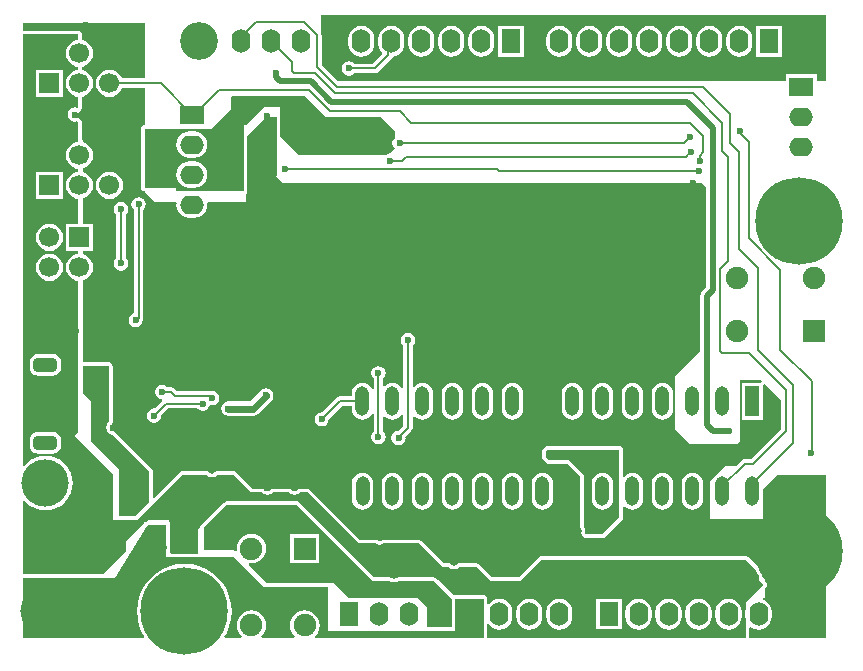
<source format=gbl>
G04*
G04 #@! TF.GenerationSoftware,Altium Limited,Altium Designer,20.0.13 (296)*
G04*
G04 Layer_Physical_Order=2*
G04 Layer_Color=16711680*
%FSLAX44Y44*%
%MOMM*%
G71*
G01*
G75*
%ADD10C,0.5000*%
%ADD11C,0.2000*%
%ADD18R,1.9000X1.9000*%
%ADD62C,1.9000*%
%ADD63R,1.9000X1.9000*%
%ADD77C,0.6000*%
%ADD78C,0.4000*%
%ADD79C,3.2000*%
%ADD80C,1.7000*%
%ADD81R,1.7000X1.7000*%
%ADD82C,4.0000*%
G04:AMPARAMS|DCode=83|XSize=2mm|YSize=1.2mm|CornerRadius=0.36mm|HoleSize=0mm|Usage=FLASHONLY|Rotation=0.000|XOffset=0mm|YOffset=0mm|HoleType=Round|Shape=RoundedRectangle|*
%AMROUNDEDRECTD83*
21,1,2.0000,0.4800,0,0,0.0*
21,1,1.2800,1.2000,0,0,0.0*
1,1,0.7200,0.6400,-0.2400*
1,1,0.7200,-0.6400,-0.2400*
1,1,0.7200,-0.6400,0.2400*
1,1,0.7200,0.6400,0.2400*
%
%ADD83ROUNDEDRECTD83*%
%ADD84O,1.6000X2.0000*%
%ADD85R,1.6000X2.0000*%
%ADD86O,2.0000X1.6000*%
%ADD87R,2.0000X1.6000*%
%ADD88C,7.4000*%
%ADD89R,1.2000X2.5000*%
%ADD90O,1.2000X2.5000*%
%ADD91C,0.6000*%
G36*
X106000Y476518D02*
X86958D01*
X86245Y478240D01*
X84402Y480642D01*
X82000Y482485D01*
X79202Y483644D01*
X76200Y484039D01*
X73198Y483644D01*
X70400Y482485D01*
X67998Y480642D01*
X66155Y478240D01*
X64996Y475442D01*
X64601Y472440D01*
X64996Y469438D01*
X66155Y466640D01*
X67998Y464238D01*
X70400Y462395D01*
X73198Y461236D01*
X76200Y460841D01*
X79202Y461236D01*
X82000Y462395D01*
X84402Y464238D01*
X86245Y466640D01*
X86958Y468362D01*
X106000D01*
Y437059D01*
X104829Y436826D01*
X103837Y436163D01*
X103174Y435171D01*
X102941Y434000D01*
Y384000D01*
X103174Y382829D01*
X103837Y381837D01*
X104829Y381174D01*
X106000Y380941D01*
Y380633D01*
X115000Y371632D01*
X132183D01*
X133021Y370678D01*
X132905Y369800D01*
X133283Y366928D01*
X134391Y364253D01*
X136155Y361955D01*
X138453Y360191D01*
X141128Y359083D01*
X144000Y358705D01*
X148000D01*
X150872Y359083D01*
X153547Y360191D01*
X155845Y361955D01*
X157608Y364253D01*
X158717Y366928D01*
X159095Y369800D01*
X158979Y370678D01*
X159817Y371632D01*
X192000D01*
Y378728D01*
X192163Y378837D01*
X192826Y379829D01*
X193059Y381000D01*
X193059Y427691D01*
X209000Y443633D01*
X217941D01*
X217941Y428000D01*
X218000Y427704D01*
Y394632D01*
X217000Y393633D01*
X223000Y387632D01*
X578000D01*
X581392Y384240D01*
Y299543D01*
X578035Y296186D01*
X576819Y294366D01*
X576392Y292220D01*
Y246025D01*
X555000Y224632D01*
Y179632D01*
X567632Y167000D01*
X607368D01*
X610000Y169632D01*
Y221632D01*
X627000D01*
X628662Y219970D01*
X628136Y218700D01*
X611650D01*
Y187700D01*
X629650D01*
Y217186D01*
X630920Y217712D01*
X644000Y204632D01*
X644922D01*
Y179689D01*
X619811Y154578D01*
X614500D01*
X612939Y154268D01*
X611616Y153384D01*
X606865Y148632D01*
X598000D01*
X590742Y141374D01*
X590711Y141362D01*
X588831Y139919D01*
X587388Y138039D01*
X587376Y138008D01*
X585000Y135632D01*
Y103632D01*
X630000D01*
Y128632D01*
X642000Y140632D01*
X683000D01*
Y3000D01*
X618059D01*
Y11639D01*
X619198Y12201D01*
X620252Y11392D01*
X622928Y10283D01*
X625800Y9905D01*
X628672Y10283D01*
X631348Y11392D01*
X633645Y13155D01*
X635409Y15453D01*
X636517Y18128D01*
X636895Y21000D01*
Y25000D01*
X636517Y27872D01*
X635409Y30547D01*
X633645Y32845D01*
X631348Y34609D01*
X629527Y35363D01*
X629780Y36632D01*
X631000D01*
Y44674D01*
X632163Y45837D01*
X632826Y46830D01*
X633059Y48000D01*
X632826Y49170D01*
X632163Y50163D01*
X632163Y50163D01*
X631000Y51326D01*
Y52632D01*
X629059Y54574D01*
Y55781D01*
X629012Y56017D01*
X629021Y56259D01*
X628896Y56597D01*
X628826Y56951D01*
X628692Y57152D01*
X628608Y57379D01*
X627383Y59377D01*
X625985Y62753D01*
X625944Y62815D01*
X625926Y62886D01*
X625614Y63309D01*
X625322Y63746D01*
X625260Y63787D01*
X625216Y63846D01*
X617057Y71263D01*
X616607Y71534D01*
X616171Y71826D01*
X616098Y71840D01*
X616035Y71878D01*
X615515Y71956D01*
X615000Y72059D01*
X442000D01*
X442000Y72059D01*
X440829Y71826D01*
X439837Y71163D01*
X422733Y54059D01*
X400267D01*
X389163Y65163D01*
X388171Y65826D01*
X387000Y66059D01*
X387000Y66059D01*
X372543D01*
X372248Y66000D01*
X371947Y66000D01*
X371668Y65885D01*
X371373Y65826D01*
X371123Y65659D01*
X370844Y65543D01*
X370631Y65330D01*
X370381Y65163D01*
X370248Y64965D01*
X369148Y64229D01*
X368000Y64001D01*
X366852Y64229D01*
X365752Y64965D01*
X365620Y65163D01*
X365369Y65330D01*
X365156Y65543D01*
X364878Y65659D01*
X364627Y65826D01*
X364332Y65885D01*
X364053Y66000D01*
X363752Y66000D01*
X363457Y66059D01*
X359267D01*
X340163Y85163D01*
X339170Y85826D01*
X338000Y86059D01*
X338000Y86059D01*
X308317D01*
X308021Y86000D01*
X307720D01*
X307442Y85885D01*
X307146Y85826D01*
X306896Y85659D01*
X306617Y85543D01*
X306148Y85229D01*
X305000Y85001D01*
X303852Y85229D01*
X303383Y85543D01*
X303104Y85659D01*
X302854Y85826D01*
X302558Y85885D01*
X302280Y86000D01*
X301979D01*
X301683Y86059D01*
X288267D01*
X246163Y128163D01*
X245170Y128826D01*
X244000Y129059D01*
X244000Y129059D01*
X237543D01*
X237248Y129000D01*
X236947Y129000D01*
X236668Y128885D01*
X236373Y128826D01*
X236122Y128659D01*
X235844Y128543D01*
X235631Y128330D01*
X235380Y128163D01*
X235248Y127965D01*
X234148Y127229D01*
X233000Y127001D01*
X231852Y127229D01*
X230752Y127965D01*
X230620Y128163D01*
X230369Y128330D01*
X230156Y128543D01*
X229877Y128659D01*
X229627Y128826D01*
X229332Y128885D01*
X229053Y129000D01*
X228752Y129000D01*
X228457Y129059D01*
X214543D01*
X214248Y129000D01*
X213947Y129000D01*
X213668Y128885D01*
X213373Y128826D01*
X213123Y128659D01*
X212844Y128543D01*
X212631Y128330D01*
X212381Y128163D01*
X212248Y127965D01*
X211148Y127229D01*
X210000Y127001D01*
X208852Y127229D01*
X207752Y127965D01*
X207619Y128163D01*
X207369Y128330D01*
X207156Y128543D01*
X206877Y128659D01*
X206627Y128826D01*
X206332Y128885D01*
X206053Y129000D01*
X205752Y129000D01*
X205457Y129059D01*
X197267D01*
X183163Y143163D01*
X182171Y143826D01*
X181000Y144059D01*
X181000Y144059D01*
X167543D01*
X167248Y144000D01*
X166947Y144000D01*
X166668Y143885D01*
X166373Y143826D01*
X166122Y143659D01*
X165844Y143543D01*
X165631Y143330D01*
X165380Y143163D01*
X165248Y142965D01*
X164148Y142229D01*
X163000Y142001D01*
X161852Y142229D01*
X160752Y142965D01*
X160620Y143163D01*
X160369Y143330D01*
X160156Y143543D01*
X159878Y143659D01*
X159627Y143826D01*
X159332Y143885D01*
X159053Y144000D01*
X158752Y144000D01*
X158457Y144059D01*
X138000D01*
X138000Y144059D01*
X136830Y143826D01*
X135837Y143163D01*
X135837Y143163D01*
X114232Y121558D01*
X113059Y122044D01*
Y144000D01*
X113059Y144000D01*
X112826Y145170D01*
X112163Y146163D01*
X112163Y146163D01*
X81203Y177123D01*
X80953Y177290D01*
X80739Y177503D01*
X80461Y177618D01*
X80211Y177786D01*
X79915Y177845D01*
X79637Y177960D01*
X78282Y178229D01*
X78000Y178418D01*
Y183653D01*
X78163Y183762D01*
X78330Y184012D01*
X78543Y184225D01*
X78659Y184504D01*
X78826Y184754D01*
X78885Y185050D01*
X79000Y185328D01*
Y185629D01*
X79059Y185925D01*
Y233000D01*
X78826Y234170D01*
X78163Y235163D01*
X77171Y235826D01*
X76000Y236059D01*
X54000D01*
Y262409D01*
X54117Y263000D01*
X54000Y263591D01*
Y305478D01*
X56600Y306555D01*
X59002Y308398D01*
X60845Y310800D01*
X62004Y313598D01*
X62399Y316600D01*
X62004Y319602D01*
X60845Y322400D01*
X59002Y324802D01*
X56600Y326645D01*
X54000Y327722D01*
Y330500D01*
X62300D01*
Y353500D01*
X54000D01*
Y374958D01*
X56600Y376035D01*
X59002Y377878D01*
X60845Y380280D01*
X62004Y383078D01*
X62399Y386080D01*
X62004Y389082D01*
X60845Y391880D01*
X59002Y394282D01*
X56600Y396125D01*
X54000Y397202D01*
Y400358D01*
X56600Y401435D01*
X59002Y403278D01*
X60845Y405680D01*
X62004Y408478D01*
X62399Y411480D01*
X62004Y414482D01*
X60845Y417280D01*
X59002Y419682D01*
X56600Y421525D01*
X54000Y422602D01*
Y424632D01*
X53059Y425574D01*
Y439377D01*
X53000Y439672D01*
X53000Y439973D01*
X52885Y440252D01*
X52826Y440548D01*
X52659Y440798D01*
X52544Y441076D01*
X52331Y441289D01*
X52163Y441540D01*
X51913Y441707D01*
X51700Y441920D01*
X50430Y442769D01*
X50430Y442769D01*
X50429Y442770D01*
X49873Y443000D01*
X49328Y443226D01*
X49327D01*
X49327Y443227D01*
X48763D01*
X48134Y443227D01*
X48134Y443227D01*
X48133D01*
X47206Y443042D01*
X46931Y443335D01*
X46719Y444352D01*
X52000Y449632D01*
Y450351D01*
X52163Y450460D01*
X52331Y450711D01*
X52544Y450924D01*
X52659Y451202D01*
X52826Y451452D01*
X52885Y451748D01*
X53000Y452027D01*
X53000Y452328D01*
X53059Y452623D01*
Y460946D01*
X53211Y461158D01*
X53802Y461236D01*
X56600Y462395D01*
X59002Y464238D01*
X60845Y466640D01*
X62004Y469438D01*
X62399Y472440D01*
X62004Y475442D01*
X60845Y478240D01*
X59002Y480642D01*
X56600Y482485D01*
X53802Y483644D01*
X53211Y483722D01*
X53059Y483934D01*
Y486346D01*
X53211Y486558D01*
X53802Y486636D01*
X56600Y487795D01*
X59002Y489638D01*
X60845Y492040D01*
X62004Y494838D01*
X62399Y497840D01*
X62004Y500842D01*
X60845Y503640D01*
X59002Y506042D01*
X56600Y507885D01*
X53802Y509044D01*
X53211Y509122D01*
X53059Y509334D01*
Y514000D01*
X52826Y515171D01*
X52163Y516163D01*
X51171Y516826D01*
X50000Y517059D01*
X3000D01*
Y523633D01*
X106000D01*
Y476518D01*
D02*
G37*
G36*
X683000Y474000D02*
X675000D01*
Y480000D01*
X649000D01*
Y474000D01*
X589000Y474000D01*
X269989D01*
X256078Y487911D01*
Y513023D01*
X256078Y513023D01*
X255768Y514584D01*
X255000Y515733D01*
Y530000D01*
X683000D01*
X683000Y474000D01*
D02*
G37*
G36*
X50000Y509334D02*
X47798Y509044D01*
X45000Y507885D01*
X42598Y506042D01*
X40755Y503640D01*
X39596Y500842D01*
X39201Y497840D01*
X39596Y494838D01*
X40755Y492040D01*
X42598Y489638D01*
X45000Y487795D01*
X47798Y486636D01*
X50000Y486346D01*
Y483934D01*
X47798Y483644D01*
X45000Y482485D01*
X42598Y480642D01*
X40755Y478240D01*
X39596Y475442D01*
X39201Y472440D01*
X39596Y469438D01*
X40755Y466640D01*
X42598Y464238D01*
X45000Y462395D01*
X47798Y461236D01*
X50000Y460946D01*
Y452623D01*
X48730Y451773D01*
X47000Y452118D01*
X44659Y451652D01*
X42674Y450326D01*
X41348Y448341D01*
X40883Y446000D01*
X41348Y443659D01*
X42674Y441674D01*
X44659Y440348D01*
X47000Y439883D01*
X48730Y440227D01*
X50000Y439377D01*
Y422974D01*
X47798Y422684D01*
X45000Y421525D01*
X42598Y419682D01*
X40755Y417280D01*
X39596Y414482D01*
X39201Y411480D01*
X39596Y408478D01*
X40755Y405680D01*
X42598Y403278D01*
X45000Y401435D01*
X47798Y400276D01*
X50000Y399986D01*
Y397574D01*
X47798Y397284D01*
X45000Y396125D01*
X42598Y394282D01*
X40755Y391880D01*
X39596Y389082D01*
X39201Y386080D01*
X39596Y383078D01*
X40755Y380280D01*
X42598Y377878D01*
X45000Y376035D01*
X47798Y374876D01*
X50000Y374586D01*
Y353500D01*
X39300D01*
Y330500D01*
X50000D01*
Y328094D01*
X47798Y327804D01*
X45000Y326645D01*
X42598Y324802D01*
X40755Y322400D01*
X39596Y319602D01*
X39201Y316600D01*
X39596Y313598D01*
X40755Y310800D01*
X42598Y308398D01*
X45000Y306555D01*
X47798Y305396D01*
X50000Y305106D01*
Y177000D01*
X47000Y174000D01*
X79000Y142000D01*
Y103000D01*
X83705D01*
X84000Y102941D01*
X98000D01*
X98295Y103000D01*
X100000D01*
X138000Y141000D01*
X158457D01*
X158674Y140674D01*
X160659Y139348D01*
X163000Y138883D01*
X165341Y139348D01*
X167326Y140674D01*
X167543Y141000D01*
X181000D01*
X196000Y126000D01*
X205457D01*
X205674Y125674D01*
X207659Y124348D01*
X210000Y123883D01*
X212341Y124348D01*
X214326Y125674D01*
X214543Y126000D01*
X228457D01*
X228674Y125674D01*
X230659Y124348D01*
X233000Y123883D01*
X235341Y124348D01*
X237326Y125674D01*
X237543Y126000D01*
X244000D01*
X287000Y83000D01*
X301683D01*
X302659Y82348D01*
X305000Y81882D01*
X307341Y82348D01*
X308317Y83000D01*
X338000D01*
X358000Y63000D01*
X363457D01*
X363674Y62674D01*
X365659Y61348D01*
X368000Y60883D01*
X370341Y61348D01*
X372326Y62674D01*
X372543Y63000D01*
X387000D01*
X399000Y51000D01*
X424000D01*
X442000Y69000D01*
X615000D01*
X623159Y61583D01*
X624650Y57984D01*
X626000Y55781D01*
Y52000D01*
X630000Y48000D01*
X615000Y33000D01*
Y27240D01*
X614705Y25000D01*
Y21000D01*
X615000Y18760D01*
Y3000D01*
X396059D01*
Y14321D01*
X397329Y14752D01*
X398555Y13155D01*
X400853Y11392D01*
X403528Y10283D01*
X406400Y9905D01*
X409272Y10283D01*
X411948Y11392D01*
X414245Y13155D01*
X416008Y15453D01*
X417117Y18128D01*
X417495Y21000D01*
Y25000D01*
X417117Y27872D01*
X416008Y30547D01*
X414245Y32845D01*
X411948Y34609D01*
X409272Y35717D01*
X406400Y36095D01*
X403528Y35717D01*
X400853Y34609D01*
X398555Y32845D01*
X397329Y31248D01*
X396059Y31679D01*
Y36000D01*
X396000Y36295D01*
Y37000D01*
X395860D01*
X395826Y37171D01*
X395163Y38163D01*
X394170Y38826D01*
X393000Y39059D01*
X369000D01*
X368117Y38883D01*
X355000Y52000D01*
X354326D01*
X353163Y53163D01*
X352170Y53826D01*
X351000Y54059D01*
X351000Y54059D01*
X320317D01*
X320021Y54000D01*
X319720D01*
X319442Y53885D01*
X319146Y53826D01*
X318896Y53658D01*
X318617Y53543D01*
X318148Y53229D01*
X317000Y53001D01*
X315852Y53229D01*
X315383Y53543D01*
X315104Y53659D01*
X314854Y53826D01*
X314558Y53885D01*
X314280Y54000D01*
X313979D01*
X313683Y54059D01*
X300267D01*
X237163Y117163D01*
X236181Y117819D01*
X236000Y118000D01*
Y119000D01*
X175000D01*
X173819Y117819D01*
X172837Y117163D01*
X172837Y117163D01*
X153837Y98163D01*
X153181Y97181D01*
X151000Y95000D01*
Y74059D01*
X127994D01*
X127200Y75329D01*
Y79507D01*
X127298Y80000D01*
X127200Y80493D01*
Y101000D01*
X127000D01*
Y103000D01*
X109000D01*
X107000Y101000D01*
X105200D01*
Y99285D01*
X105064Y99064D01*
X90000Y84000D01*
Y76000D01*
X71059Y57059D01*
X3000D01*
Y119012D01*
X4196Y119439D01*
X5658Y117658D01*
X9160Y114784D01*
X13156Y112648D01*
X17491Y111333D01*
X22000Y110889D01*
X26509Y111333D01*
X30844Y112648D01*
X34840Y114784D01*
X38342Y117658D01*
X41216Y121160D01*
X43352Y125156D01*
X44667Y129491D01*
X45111Y134000D01*
X44667Y138509D01*
X43352Y142844D01*
X41216Y146840D01*
X38342Y150342D01*
X34840Y153216D01*
X30844Y155352D01*
X26509Y156667D01*
X22000Y157111D01*
X17491Y156667D01*
X13156Y155352D01*
X9160Y153216D01*
X5658Y150342D01*
X4196Y148561D01*
X3000Y148988D01*
Y514000D01*
X50000D01*
Y509334D01*
D02*
G37*
G36*
X259000Y445000D02*
Y444000D01*
X306000D01*
X318000Y432000D01*
Y426543D01*
X317674Y426326D01*
X316348Y424341D01*
X315882Y422000D01*
X316348Y419659D01*
X317674Y417674D01*
X317383Y416383D01*
X314098Y413098D01*
X314000Y413117D01*
X311659Y412652D01*
X310683Y412000D01*
X237000Y412000D01*
X221000Y428000D01*
X221000Y452000D01*
X207000D01*
X192000Y437000D01*
X190000D01*
X190000Y381000D01*
X133000D01*
Y384000D01*
X106000Y384000D01*
Y434000D01*
X162000Y434000D01*
X179000Y451000D01*
X179000Y461102D01*
X179898Y462000D01*
X242000D01*
X259000Y445000D01*
D02*
G37*
G36*
X76000Y185925D02*
X75104Y185326D01*
X73777Y183341D01*
X73312Y181000D01*
X73777Y178659D01*
X75104Y176674D01*
X77088Y175348D01*
X79040Y174960D01*
X110000Y144000D01*
Y118000D01*
X98000Y106000D01*
X84000D01*
Y146000D01*
X61000Y169000D01*
Y203000D01*
X54000Y210000D01*
Y233000D01*
X76000D01*
Y185925D01*
D02*
G37*
G36*
X299000Y51000D02*
X313683D01*
X314659Y50348D01*
X317000Y49882D01*
X319341Y50348D01*
X320317Y51000D01*
X351000D01*
X365951Y36049D01*
X365941Y36000D01*
Y12059D01*
X345000D01*
Y29000D01*
X337000Y37000D01*
X278000D01*
X266000Y49000D01*
X261296D01*
X261000Y49059D01*
X209941D01*
X194069Y64931D01*
X194662Y66134D01*
X196500Y65892D01*
X199763Y66322D01*
X202804Y67581D01*
X205415Y69585D01*
X207419Y72196D01*
X208678Y75237D01*
X209108Y78500D01*
X208678Y81763D01*
X207419Y84804D01*
X205415Y87415D01*
X202804Y89419D01*
X199763Y90678D01*
X196500Y91108D01*
X193237Y90678D01*
X190196Y89419D01*
X187585Y87415D01*
X185581Y84804D01*
X184322Y81763D01*
X183892Y78500D01*
X184134Y76662D01*
X182931Y76069D01*
X182000Y77000D01*
X156000D01*
Y96000D01*
X175000Y115000D01*
X235000D01*
X299000Y51000D01*
D02*
G37*
G36*
X124000Y98000D02*
X124000Y71000D01*
X182000Y71000D01*
X207000Y46000D01*
X261000D01*
Y9000D01*
X369000D01*
Y36000D01*
X393000D01*
Y3000D01*
X250325D01*
X249917Y4203D01*
X250415Y4585D01*
X252419Y7196D01*
X253678Y10237D01*
X254108Y13500D01*
X253678Y16763D01*
X252419Y19804D01*
X250415Y22415D01*
X247804Y24419D01*
X244763Y25678D01*
X241500Y26108D01*
X238237Y25678D01*
X235196Y24419D01*
X232585Y22415D01*
X230581Y19804D01*
X229322Y16763D01*
X228892Y13500D01*
X229322Y10237D01*
X230581Y7196D01*
X232585Y4585D01*
X233083Y4203D01*
X232675Y3000D01*
X205325D01*
X204917Y4203D01*
X205415Y4585D01*
X207419Y7196D01*
X208678Y10237D01*
X209108Y13500D01*
X208678Y16763D01*
X207419Y19804D01*
X205415Y22415D01*
X202804Y24419D01*
X199763Y25678D01*
X196500Y26108D01*
X193237Y25678D01*
X190196Y24419D01*
X187585Y22415D01*
X185581Y19804D01*
X184322Y16763D01*
X183892Y13500D01*
X184322Y10237D01*
X185581Y7196D01*
X187585Y4585D01*
X188083Y4203D01*
X187675Y3000D01*
X174186D01*
X173565Y4108D01*
X175450Y7184D01*
X177860Y13001D01*
X179330Y19123D01*
X179824Y25400D01*
X179330Y31677D01*
X177860Y37799D01*
X175450Y43616D01*
X172161Y48984D01*
X168072Y53772D01*
X163284Y57861D01*
X157916Y61150D01*
X152099Y63560D01*
X145977Y65030D01*
X139700Y65524D01*
X133423Y65030D01*
X127301Y63560D01*
X121484Y61150D01*
X116116Y57861D01*
X111328Y53772D01*
X107239Y48984D01*
X103949Y43616D01*
X101540Y37799D01*
X100070Y31677D01*
X99576Y25400D01*
X100070Y19123D01*
X101540Y13001D01*
X103949Y7184D01*
X105835Y4108D01*
X105214Y3000D01*
X3000D01*
Y54000D01*
X81000D01*
X108000Y98000D01*
X124000Y98000D01*
D02*
G37*
%LPC*%
G36*
X76200Y397679D02*
X73198Y397284D01*
X70400Y396125D01*
X67998Y394282D01*
X66155Y391880D01*
X64996Y389082D01*
X64601Y386080D01*
X64996Y383078D01*
X66155Y380280D01*
X67998Y377878D01*
X70400Y376035D01*
X73198Y374876D01*
X76200Y374481D01*
X79202Y374876D01*
X82000Y376035D01*
X84402Y377878D01*
X86245Y380280D01*
X87404Y383078D01*
X87799Y386080D01*
X87404Y389082D01*
X86245Y391880D01*
X84402Y394282D01*
X82000Y396125D01*
X79202Y397284D01*
X76200Y397679D01*
D02*
G37*
G36*
X86000Y372118D02*
X83659Y371652D01*
X81674Y370326D01*
X80348Y368341D01*
X79882Y366000D01*
X80348Y363659D01*
X81674Y361674D01*
X81922Y361509D01*
Y324491D01*
X81674Y324326D01*
X80348Y322341D01*
X79882Y320000D01*
X80348Y317659D01*
X81674Y315674D01*
X83659Y314348D01*
X86000Y313883D01*
X88341Y314348D01*
X90326Y315674D01*
X91652Y317659D01*
X92118Y320000D01*
X91652Y322341D01*
X90326Y324326D01*
X90078Y324491D01*
Y361509D01*
X90326Y361674D01*
X91652Y363659D01*
X92118Y366000D01*
X91652Y368341D01*
X90326Y370326D01*
X88341Y371652D01*
X86000Y372118D01*
D02*
G37*
G36*
X101000Y376118D02*
X98659Y375652D01*
X96674Y374326D01*
X95348Y372341D01*
X94882Y370000D01*
X95348Y367659D01*
X96674Y365674D01*
X96922Y365509D01*
Y277804D01*
X96159Y277652D01*
X94174Y276326D01*
X92848Y274341D01*
X92382Y272000D01*
X92848Y269659D01*
X94174Y267674D01*
X96159Y266348D01*
X98500Y265882D01*
X100841Y266348D01*
X102826Y267674D01*
X104152Y269659D01*
X104609Y271960D01*
X104768Y272197D01*
X105078Y273757D01*
X105078Y273757D01*
Y365509D01*
X105326Y365674D01*
X106652Y367659D01*
X107118Y370000D01*
X106652Y372341D01*
X105326Y374326D01*
X103341Y375652D01*
X101000Y376118D01*
D02*
G37*
G36*
X329000Y261117D02*
X326659Y260652D01*
X324674Y259326D01*
X323348Y257341D01*
X322882Y255000D01*
X323348Y252659D01*
X324674Y250674D01*
X324922Y250509D01*
Y214961D01*
X323787Y214310D01*
X323652Y214317D01*
X322269Y216119D01*
X320389Y217561D01*
X318200Y218468D01*
X315850Y218778D01*
X313500Y218468D01*
X311311Y217561D01*
X309431Y216119D01*
X309281Y215923D01*
X308078Y216331D01*
Y222509D01*
X308326Y222674D01*
X309652Y224659D01*
X310117Y227000D01*
X309652Y229341D01*
X308326Y231326D01*
X306341Y232652D01*
X304000Y233118D01*
X301659Y232652D01*
X299674Y231326D01*
X298348Y229341D01*
X297882Y227000D01*
X298348Y224659D01*
X299674Y222674D01*
X299922Y222509D01*
Y213670D01*
X298652Y213417D01*
X298311Y214239D01*
X296869Y216119D01*
X294989Y217561D01*
X292799Y218468D01*
X290450Y218778D01*
X288100Y218468D01*
X285911Y217561D01*
X284031Y216119D01*
X282589Y214239D01*
X281682Y212050D01*
X281372Y209700D01*
Y207278D01*
X271200D01*
X271200Y207278D01*
X269639Y206968D01*
X268316Y206084D01*
X268316Y206084D01*
X256292Y194060D01*
X256000Y194118D01*
X253659Y193652D01*
X251674Y192326D01*
X250348Y190341D01*
X249883Y188000D01*
X250348Y185659D01*
X251674Y183674D01*
X253659Y182348D01*
X256000Y181882D01*
X258341Y182348D01*
X260326Y183674D01*
X261652Y185659D01*
X262118Y188000D01*
X262059Y188292D01*
X272889Y199122D01*
X281372D01*
Y196700D01*
X281682Y194350D01*
X282589Y192161D01*
X284031Y190281D01*
X285911Y188839D01*
X288100Y187932D01*
X290450Y187622D01*
X292799Y187932D01*
X294989Y188839D01*
X296869Y190281D01*
X298311Y192161D01*
X298652Y192983D01*
X299922Y192730D01*
Y177491D01*
X299674Y177326D01*
X298348Y175341D01*
X297882Y173000D01*
X298348Y170659D01*
X299674Y168674D01*
X301659Y167348D01*
X304000Y166882D01*
X306341Y167348D01*
X308326Y168674D01*
X309652Y170659D01*
X310117Y173000D01*
X309652Y175341D01*
X308326Y177326D01*
X308078Y177491D01*
Y190069D01*
X309281Y190477D01*
X309431Y190281D01*
X311311Y188839D01*
X313500Y187932D01*
X315850Y187622D01*
X318200Y187932D01*
X320389Y188839D01*
X322269Y190281D01*
X323652Y192083D01*
X323787Y192090D01*
X324922Y191439D01*
Y182689D01*
X320188Y177956D01*
X318659Y177652D01*
X316674Y176326D01*
X315348Y174341D01*
X314883Y172000D01*
X315348Y169659D01*
X316674Y167674D01*
X318659Y166348D01*
X321000Y165882D01*
X323341Y166348D01*
X325326Y167674D01*
X326652Y169659D01*
X327118Y172000D01*
X326894Y173126D01*
X331884Y178116D01*
X332768Y179439D01*
X333078Y181000D01*
Y190479D01*
X334348Y190910D01*
X334831Y190281D01*
X336711Y188839D01*
X338900Y187932D01*
X341250Y187622D01*
X343600Y187932D01*
X345789Y188839D01*
X347669Y190281D01*
X349111Y192161D01*
X350018Y194350D01*
X350328Y196700D01*
Y209700D01*
X350018Y212050D01*
X349111Y214239D01*
X347669Y216119D01*
X345789Y217561D01*
X343600Y218468D01*
X341250Y218778D01*
X338900Y218468D01*
X336711Y217561D01*
X334831Y216119D01*
X334348Y215490D01*
X333078Y215921D01*
Y250509D01*
X333326Y250674D01*
X334652Y252659D01*
X335117Y255000D01*
X334652Y257341D01*
X333326Y259326D01*
X331341Y260652D01*
X329000Y261117D01*
D02*
G37*
G36*
X121000Y217118D02*
X118659Y216652D01*
X116674Y215326D01*
X115348Y213341D01*
X114882Y211000D01*
X115348Y208659D01*
X116674Y206674D01*
X118659Y205348D01*
X120432Y204995D01*
X120898Y203666D01*
X114292Y197059D01*
X114000Y197118D01*
X111659Y196652D01*
X109674Y195326D01*
X108348Y193341D01*
X107882Y191000D01*
X108348Y188659D01*
X109674Y186674D01*
X111659Y185348D01*
X114000Y184883D01*
X116341Y185348D01*
X118326Y186674D01*
X119652Y188659D01*
X120118Y191000D01*
X120059Y191292D01*
X125939Y197172D01*
X150759D01*
X150924Y196924D01*
X152909Y195598D01*
X155250Y195133D01*
X157591Y195598D01*
X159576Y196924D01*
X160902Y198909D01*
X161168Y200247D01*
X163000Y199883D01*
X165341Y200348D01*
X167326Y201674D01*
X168652Y203659D01*
X169118Y206000D01*
X168652Y208341D01*
X167326Y210326D01*
X165341Y211652D01*
X163000Y212118D01*
X161398Y211799D01*
X161250Y211828D01*
X161250Y211828D01*
X133689D01*
X131634Y213884D01*
X130311Y214768D01*
X128750Y215078D01*
X128750Y215078D01*
X125491D01*
X125326Y215326D01*
X123341Y216652D01*
X121000Y217118D01*
D02*
G37*
G36*
X208750Y214368D02*
X206409Y213902D01*
X204424Y212576D01*
X203417Y211069D01*
X195466Y203118D01*
X177000D01*
X174659Y202652D01*
X172674Y201326D01*
X171348Y199341D01*
X170882Y197000D01*
X171348Y194659D01*
X172674Y192674D01*
X174659Y191348D01*
X177000Y190882D01*
X198000D01*
X200341Y191348D01*
X202326Y192674D01*
X213076Y203424D01*
X214402Y205409D01*
X214868Y207750D01*
Y208250D01*
X214402Y210591D01*
X213076Y212576D01*
X211091Y213902D01*
X208750Y214368D01*
D02*
G37*
G36*
X544450Y218778D02*
X542100Y218468D01*
X539911Y217561D01*
X538031Y216119D01*
X536589Y214239D01*
X535682Y212050D01*
X535372Y209700D01*
Y196700D01*
X535682Y194350D01*
X536589Y192161D01*
X538031Y190281D01*
X539911Y188839D01*
X542100Y187932D01*
X544450Y187622D01*
X546800Y187932D01*
X548989Y188839D01*
X550869Y190281D01*
X552311Y192161D01*
X553218Y194350D01*
X553528Y196700D01*
Y209700D01*
X553218Y212050D01*
X552311Y214239D01*
X550869Y216119D01*
X548989Y217561D01*
X546800Y218468D01*
X544450Y218778D01*
D02*
G37*
G36*
X519050D02*
X516701Y218468D01*
X514511Y217561D01*
X512631Y216119D01*
X511189Y214239D01*
X510282Y212050D01*
X509972Y209700D01*
Y196700D01*
X510282Y194350D01*
X511189Y192161D01*
X512631Y190281D01*
X514511Y188839D01*
X516701Y187932D01*
X519050Y187622D01*
X521399Y187932D01*
X523589Y188839D01*
X525469Y190281D01*
X526911Y192161D01*
X527818Y194350D01*
X528128Y196700D01*
Y209700D01*
X527818Y212050D01*
X526911Y214239D01*
X525469Y216119D01*
X523589Y217561D01*
X521399Y218468D01*
X519050Y218778D01*
D02*
G37*
G36*
X493650D02*
X491301Y218468D01*
X489111Y217561D01*
X487231Y216119D01*
X485788Y214239D01*
X484882Y212050D01*
X484572Y209700D01*
Y196700D01*
X484882Y194350D01*
X485788Y192161D01*
X487231Y190281D01*
X489111Y188839D01*
X491301Y187932D01*
X493650Y187622D01*
X495999Y187932D01*
X498189Y188839D01*
X500069Y190281D01*
X501511Y192161D01*
X502418Y194350D01*
X502728Y196700D01*
Y209700D01*
X502418Y212050D01*
X501511Y214239D01*
X500069Y216119D01*
X498189Y217561D01*
X495999Y218468D01*
X493650Y218778D01*
D02*
G37*
G36*
X468250D02*
X465900Y218468D01*
X463711Y217561D01*
X461831Y216119D01*
X460388Y214239D01*
X459482Y212050D01*
X459172Y209700D01*
Y196700D01*
X459482Y194350D01*
X460388Y192161D01*
X461831Y190281D01*
X463711Y188839D01*
X465900Y187932D01*
X468250Y187622D01*
X470600Y187932D01*
X472789Y188839D01*
X474669Y190281D01*
X476111Y192161D01*
X477018Y194350D01*
X477328Y196700D01*
Y209700D01*
X477018Y212050D01*
X476111Y214239D01*
X474669Y216119D01*
X472789Y217561D01*
X470600Y218468D01*
X468250Y218778D01*
D02*
G37*
G36*
X417450D02*
X415101Y218468D01*
X412911Y217561D01*
X411031Y216119D01*
X409589Y214239D01*
X408682Y212050D01*
X408372Y209700D01*
Y196700D01*
X408682Y194350D01*
X409589Y192161D01*
X411031Y190281D01*
X412911Y188839D01*
X415101Y187932D01*
X417450Y187622D01*
X419799Y187932D01*
X421989Y188839D01*
X423869Y190281D01*
X425311Y192161D01*
X426218Y194350D01*
X426528Y196700D01*
Y209700D01*
X426218Y212050D01*
X425311Y214239D01*
X423869Y216119D01*
X421989Y217561D01*
X419799Y218468D01*
X417450Y218778D01*
D02*
G37*
G36*
X392050D02*
X389701Y218468D01*
X387511Y217561D01*
X385631Y216119D01*
X384188Y214239D01*
X383282Y212050D01*
X382972Y209700D01*
Y196700D01*
X383282Y194350D01*
X384188Y192161D01*
X385631Y190281D01*
X387511Y188839D01*
X389701Y187932D01*
X392050Y187622D01*
X394399Y187932D01*
X396589Y188839D01*
X398469Y190281D01*
X399911Y192161D01*
X400818Y194350D01*
X401128Y196700D01*
Y209700D01*
X400818Y212050D01*
X399911Y214239D01*
X398469Y216119D01*
X396589Y217561D01*
X394399Y218468D01*
X392050Y218778D01*
D02*
G37*
G36*
X366650D02*
X364300Y218468D01*
X362111Y217561D01*
X360231Y216119D01*
X358788Y214239D01*
X357882Y212050D01*
X357572Y209700D01*
Y196700D01*
X357882Y194350D01*
X358788Y192161D01*
X360231Y190281D01*
X362111Y188839D01*
X364300Y187932D01*
X366650Y187622D01*
X368999Y187932D01*
X371189Y188839D01*
X373069Y190281D01*
X374511Y192161D01*
X375418Y194350D01*
X375728Y196700D01*
Y209700D01*
X375418Y212050D01*
X374511Y214239D01*
X373069Y216119D01*
X371189Y217561D01*
X368999Y218468D01*
X366650Y218778D01*
D02*
G37*
G36*
X290550Y142678D02*
X288200Y142368D01*
X286011Y141461D01*
X284131Y140019D01*
X282689Y138139D01*
X281782Y135949D01*
X281472Y133600D01*
Y120600D01*
X281782Y118251D01*
X282689Y116061D01*
X284131Y114181D01*
X286011Y112739D01*
X288200Y111832D01*
X290550Y111522D01*
X292899Y111832D01*
X295089Y112739D01*
X296969Y114181D01*
X298411Y116061D01*
X299318Y118251D01*
X299628Y120600D01*
Y133600D01*
X299318Y135949D01*
X298411Y138139D01*
X296969Y140019D01*
X295089Y141461D01*
X292899Y142368D01*
X290550Y142678D01*
D02*
G37*
G36*
X569850Y142578D02*
X567500Y142268D01*
X565311Y141362D01*
X563431Y139919D01*
X561988Y138039D01*
X561082Y135850D01*
X560772Y133500D01*
Y120500D01*
X561082Y118151D01*
X561988Y115961D01*
X563431Y114081D01*
X565311Y112639D01*
X567500Y111732D01*
X569850Y111422D01*
X572200Y111732D01*
X574389Y112639D01*
X576269Y114081D01*
X577711Y115961D01*
X578618Y118151D01*
X578928Y120500D01*
Y133500D01*
X578618Y135850D01*
X577711Y138039D01*
X576269Y139919D01*
X574389Y141362D01*
X572200Y142268D01*
X569850Y142578D01*
D02*
G37*
G36*
X544450D02*
X542100Y142268D01*
X539911Y141362D01*
X538031Y139919D01*
X536589Y138039D01*
X535682Y135850D01*
X535372Y133500D01*
Y120500D01*
X535682Y118151D01*
X536589Y115961D01*
X538031Y114081D01*
X539911Y112639D01*
X542100Y111732D01*
X544450Y111422D01*
X546800Y111732D01*
X548989Y112639D01*
X550869Y114081D01*
X552311Y115961D01*
X553218Y118151D01*
X553528Y120500D01*
Y133500D01*
X553218Y135850D01*
X552311Y138039D01*
X550869Y139919D01*
X548989Y141362D01*
X546800Y142268D01*
X544450Y142578D01*
D02*
G37*
G36*
X507940Y165263D02*
X447147D01*
X445977Y165030D01*
X444984Y164367D01*
X444984Y164367D01*
X443537Y162920D01*
X443207Y162425D01*
X442878Y161938D01*
X442877Y161932D01*
X442874Y161927D01*
X442758Y161343D01*
X442641Y160768D01*
X442623Y155733D01*
X442624Y155727D01*
X442623Y155722D01*
X442738Y155140D01*
X442851Y154562D01*
X442854Y154557D01*
X442855Y154551D01*
X443184Y154060D01*
X443511Y153567D01*
X443515Y153563D01*
X443518Y153559D01*
X445670Y151407D01*
X446663Y150744D01*
X447833Y150511D01*
X447833Y150511D01*
X464078D01*
X475001Y139588D01*
Y96993D01*
X475060Y96697D01*
X475060Y96396D01*
X475175Y96118D01*
X475234Y95822D01*
X475401Y95572D01*
X475516Y95293D01*
X475771Y94913D01*
X475999Y93765D01*
X475774Y92637D01*
Y92336D01*
X475716Y92041D01*
X475774Y91745D01*
Y91444D01*
X475890Y91166D01*
X475949Y90870D01*
X476116Y90620D01*
X476231Y90341D01*
X476444Y90128D01*
X476612Y89878D01*
X477989Y88500D01*
X478981Y87837D01*
X480152Y87605D01*
X480152Y87605D01*
X493602D01*
X493602Y87605D01*
X494773Y87837D01*
X495765Y88500D01*
X510103Y102839D01*
X510766Y103831D01*
X510999Y105002D01*
X510999Y105002D01*
Y114122D01*
X512269Y114553D01*
X512631Y114081D01*
X514511Y112639D01*
X516701Y111732D01*
X519050Y111422D01*
X521399Y111732D01*
X523589Y112639D01*
X525469Y114081D01*
X526911Y115961D01*
X527818Y118151D01*
X528128Y120500D01*
Y133500D01*
X527818Y135850D01*
X526911Y138039D01*
X525469Y139919D01*
X523589Y141362D01*
X521399Y142268D01*
X519050Y142578D01*
X516701Y142268D01*
X514511Y141362D01*
X512631Y139919D01*
X512269Y139447D01*
X510999Y139878D01*
Y162204D01*
X510766Y163375D01*
X510103Y164367D01*
X509111Y165030D01*
X507940Y165263D01*
D02*
G37*
G36*
X442850Y142578D02*
X440500Y142268D01*
X438311Y141362D01*
X436431Y139919D01*
X434989Y138039D01*
X434082Y135850D01*
X433772Y133500D01*
Y120500D01*
X434082Y118151D01*
X434989Y115961D01*
X436431Y114081D01*
X438311Y112639D01*
X440500Y111732D01*
X442850Y111422D01*
X445200Y111732D01*
X447389Y112639D01*
X449269Y114081D01*
X450711Y115961D01*
X451618Y118151D01*
X451928Y120500D01*
Y133500D01*
X451618Y135850D01*
X450711Y138039D01*
X449269Y139919D01*
X447389Y141362D01*
X445200Y142268D01*
X442850Y142578D01*
D02*
G37*
G36*
X417450D02*
X415101Y142268D01*
X412911Y141362D01*
X411031Y139919D01*
X409589Y138039D01*
X408682Y135850D01*
X408372Y133500D01*
Y120500D01*
X408682Y118151D01*
X409589Y115961D01*
X411031Y114081D01*
X412911Y112639D01*
X415101Y111732D01*
X417450Y111422D01*
X419799Y111732D01*
X421989Y112639D01*
X423869Y114081D01*
X425311Y115961D01*
X426218Y118151D01*
X426528Y120500D01*
Y133500D01*
X426218Y135850D01*
X425311Y138039D01*
X423869Y139919D01*
X421989Y141362D01*
X419799Y142268D01*
X417450Y142578D01*
D02*
G37*
G36*
X392050D02*
X389701Y142268D01*
X387511Y141362D01*
X385631Y139919D01*
X384188Y138039D01*
X383282Y135850D01*
X382972Y133500D01*
Y120500D01*
X383282Y118151D01*
X384188Y115961D01*
X385631Y114081D01*
X387511Y112639D01*
X389701Y111732D01*
X392050Y111422D01*
X394399Y111732D01*
X396589Y112639D01*
X398469Y114081D01*
X399911Y115961D01*
X400818Y118151D01*
X401128Y120500D01*
Y133500D01*
X400818Y135850D01*
X399911Y138039D01*
X398469Y139919D01*
X396589Y141362D01*
X394399Y142268D01*
X392050Y142578D01*
D02*
G37*
G36*
X366650D02*
X364300Y142268D01*
X362111Y141362D01*
X360231Y139919D01*
X358788Y138039D01*
X357882Y135850D01*
X357572Y133500D01*
Y120500D01*
X357882Y118151D01*
X358788Y115961D01*
X360231Y114081D01*
X362111Y112639D01*
X364300Y111732D01*
X366650Y111422D01*
X368999Y111732D01*
X371189Y112639D01*
X373069Y114081D01*
X374511Y115961D01*
X375418Y118151D01*
X375728Y120500D01*
Y133500D01*
X375418Y135850D01*
X374511Y138039D01*
X373069Y139919D01*
X371189Y141362D01*
X368999Y142268D01*
X366650Y142578D01*
D02*
G37*
G36*
X341250D02*
X338900Y142268D01*
X336711Y141362D01*
X334831Y139919D01*
X333388Y138039D01*
X332482Y135850D01*
X332172Y133500D01*
Y120500D01*
X332482Y118151D01*
X333388Y115961D01*
X334831Y114081D01*
X336711Y112639D01*
X338900Y111732D01*
X341250Y111422D01*
X343600Y111732D01*
X345789Y112639D01*
X347669Y114081D01*
X349111Y115961D01*
X350018Y118151D01*
X350328Y120500D01*
Y133500D01*
X350018Y135850D01*
X349111Y138039D01*
X347669Y139919D01*
X345789Y141362D01*
X343600Y142268D01*
X341250Y142578D01*
D02*
G37*
G36*
X315850D02*
X313500Y142268D01*
X311311Y141362D01*
X309431Y139919D01*
X307988Y138039D01*
X307082Y135850D01*
X306772Y133500D01*
Y120500D01*
X307082Y118151D01*
X307988Y115961D01*
X309431Y114081D01*
X311311Y112639D01*
X313500Y111732D01*
X315850Y111422D01*
X318200Y111732D01*
X320389Y112639D01*
X322269Y114081D01*
X323711Y115961D01*
X324618Y118151D01*
X324928Y120500D01*
Y133500D01*
X324618Y135850D01*
X323711Y138039D01*
X322269Y139919D01*
X320389Y141362D01*
X318200Y142268D01*
X315850Y142578D01*
D02*
G37*
%LPD*%
G36*
X507940Y105002D02*
X493602Y90663D01*
X480152D01*
X478774Y92041D01*
X479118Y93765D01*
X478652Y96106D01*
X478060Y96993D01*
Y140855D01*
X465345Y153570D01*
X447833D01*
X445681Y155722D01*
X445700Y160757D01*
X447147Y162204D01*
X507940D01*
Y105002D01*
D02*
G37*
%LPC*%
G36*
X493650Y142578D02*
X491301Y142268D01*
X489111Y141362D01*
X487231Y139919D01*
X485788Y138039D01*
X484882Y135850D01*
X484572Y133500D01*
Y120500D01*
X484882Y118151D01*
X485788Y115961D01*
X487231Y114081D01*
X489111Y112639D01*
X491301Y111732D01*
X493650Y111422D01*
X495999Y111732D01*
X498189Y112639D01*
X500069Y114081D01*
X501511Y115961D01*
X502418Y118151D01*
X502728Y120500D01*
Y133500D01*
X502418Y135850D01*
X501511Y138039D01*
X500069Y139919D01*
X498189Y141362D01*
X495999Y142268D01*
X493650Y142578D01*
D02*
G37*
G36*
X646000Y521000D02*
X624000D01*
Y495000D01*
X646000D01*
Y521000D01*
D02*
G37*
G36*
X427560D02*
X405560D01*
Y495000D01*
X427560D01*
Y521000D01*
D02*
G37*
G36*
X609600Y521095D02*
X606728Y520717D01*
X604053Y519608D01*
X601755Y517845D01*
X599991Y515547D01*
X598883Y512872D01*
X598505Y510000D01*
Y506000D01*
X598883Y503128D01*
X599991Y500452D01*
X601755Y498155D01*
X604053Y496391D01*
X606728Y495283D01*
X609600Y494905D01*
X612472Y495283D01*
X615148Y496391D01*
X617445Y498155D01*
X619208Y500452D01*
X620317Y503128D01*
X620695Y506000D01*
Y510000D01*
X620317Y512872D01*
X619208Y515547D01*
X617445Y517845D01*
X615148Y519608D01*
X612472Y520717D01*
X609600Y521095D01*
D02*
G37*
G36*
X584200D02*
X581328Y520717D01*
X578652Y519608D01*
X576355Y517845D01*
X574591Y515547D01*
X573483Y512872D01*
X573105Y510000D01*
Y506000D01*
X573483Y503128D01*
X574591Y500452D01*
X576355Y498155D01*
X578652Y496391D01*
X581328Y495283D01*
X584200Y494905D01*
X587072Y495283D01*
X589748Y496391D01*
X592045Y498155D01*
X593809Y500452D01*
X594917Y503128D01*
X595295Y506000D01*
Y510000D01*
X594917Y512872D01*
X593809Y515547D01*
X592045Y517845D01*
X589748Y519608D01*
X587072Y520717D01*
X584200Y521095D01*
D02*
G37*
G36*
X558800D02*
X555928Y520717D01*
X553252Y519608D01*
X550955Y517845D01*
X549192Y515547D01*
X548083Y512872D01*
X547705Y510000D01*
Y506000D01*
X548083Y503128D01*
X549192Y500452D01*
X550955Y498155D01*
X553252Y496391D01*
X555928Y495283D01*
X558800Y494905D01*
X561672Y495283D01*
X564347Y496391D01*
X566645Y498155D01*
X568409Y500452D01*
X569517Y503128D01*
X569895Y506000D01*
Y510000D01*
X569517Y512872D01*
X568409Y515547D01*
X566645Y517845D01*
X564347Y519608D01*
X561672Y520717D01*
X558800Y521095D01*
D02*
G37*
G36*
X533400D02*
X530528Y520717D01*
X527853Y519608D01*
X525555Y517845D01*
X523792Y515547D01*
X522683Y512872D01*
X522305Y510000D01*
Y506000D01*
X522683Y503128D01*
X523792Y500452D01*
X525555Y498155D01*
X527853Y496391D01*
X530528Y495283D01*
X533400Y494905D01*
X536272Y495283D01*
X538947Y496391D01*
X541245Y498155D01*
X543008Y500452D01*
X544117Y503128D01*
X544495Y506000D01*
Y510000D01*
X544117Y512872D01*
X543008Y515547D01*
X541245Y517845D01*
X538947Y519608D01*
X536272Y520717D01*
X533400Y521095D01*
D02*
G37*
G36*
X508000D02*
X505128Y520717D01*
X502453Y519608D01*
X500155Y517845D01*
X498391Y515547D01*
X497283Y512872D01*
X496905Y510000D01*
Y506000D01*
X497283Y503128D01*
X498391Y500452D01*
X500155Y498155D01*
X502453Y496391D01*
X505128Y495283D01*
X508000Y494905D01*
X510872Y495283D01*
X513548Y496391D01*
X515845Y498155D01*
X517608Y500452D01*
X518717Y503128D01*
X519095Y506000D01*
Y510000D01*
X518717Y512872D01*
X517608Y515547D01*
X515845Y517845D01*
X513548Y519608D01*
X510872Y520717D01*
X508000Y521095D01*
D02*
G37*
G36*
X482600D02*
X479728Y520717D01*
X477052Y519608D01*
X474755Y517845D01*
X472991Y515547D01*
X471883Y512872D01*
X471505Y510000D01*
Y506000D01*
X471883Y503128D01*
X472991Y500452D01*
X474755Y498155D01*
X477052Y496391D01*
X479728Y495283D01*
X482600Y494905D01*
X485472Y495283D01*
X488148Y496391D01*
X490445Y498155D01*
X492209Y500452D01*
X493317Y503128D01*
X493695Y506000D01*
Y510000D01*
X493317Y512872D01*
X492209Y515547D01*
X490445Y517845D01*
X488148Y519608D01*
X485472Y520717D01*
X482600Y521095D01*
D02*
G37*
G36*
X457200D02*
X454328Y520717D01*
X451652Y519608D01*
X449355Y517845D01*
X447592Y515547D01*
X446483Y512872D01*
X446105Y510000D01*
Y506000D01*
X446483Y503128D01*
X447592Y500452D01*
X449355Y498155D01*
X451652Y496391D01*
X454328Y495283D01*
X457200Y494905D01*
X460072Y495283D01*
X462747Y496391D01*
X465045Y498155D01*
X466809Y500452D01*
X467917Y503128D01*
X468295Y506000D01*
Y510000D01*
X467917Y512872D01*
X466809Y515547D01*
X465045Y517845D01*
X462747Y519608D01*
X460072Y520717D01*
X457200Y521095D01*
D02*
G37*
G36*
X391160D02*
X388288Y520717D01*
X385612Y519608D01*
X383315Y517845D01*
X381552Y515547D01*
X380443Y512872D01*
X380065Y510000D01*
Y506000D01*
X380443Y503128D01*
X381552Y500452D01*
X383315Y498155D01*
X385612Y496391D01*
X388288Y495283D01*
X391160Y494905D01*
X394032Y495283D01*
X396707Y496391D01*
X399005Y498155D01*
X400769Y500452D01*
X401877Y503128D01*
X402255Y506000D01*
Y510000D01*
X401877Y512872D01*
X400769Y515547D01*
X399005Y517845D01*
X396707Y519608D01*
X394032Y520717D01*
X391160Y521095D01*
D02*
G37*
G36*
X365760D02*
X362888Y520717D01*
X360213Y519608D01*
X357915Y517845D01*
X356152Y515547D01*
X355043Y512872D01*
X354665Y510000D01*
Y506000D01*
X355043Y503128D01*
X356152Y500452D01*
X357915Y498155D01*
X360213Y496391D01*
X362888Y495283D01*
X365760Y494905D01*
X368632Y495283D01*
X371307Y496391D01*
X373605Y498155D01*
X375368Y500452D01*
X376477Y503128D01*
X376855Y506000D01*
Y510000D01*
X376477Y512872D01*
X375368Y515547D01*
X373605Y517845D01*
X371307Y519608D01*
X368632Y520717D01*
X365760Y521095D01*
D02*
G37*
G36*
X340360D02*
X337488Y520717D01*
X334813Y519608D01*
X332515Y517845D01*
X330751Y515547D01*
X329643Y512872D01*
X329265Y510000D01*
Y506000D01*
X329643Y503128D01*
X330751Y500452D01*
X332515Y498155D01*
X334813Y496391D01*
X337488Y495283D01*
X340360Y494905D01*
X343232Y495283D01*
X345908Y496391D01*
X348205Y498155D01*
X349968Y500452D01*
X351077Y503128D01*
X351455Y506000D01*
Y510000D01*
X351077Y512872D01*
X349968Y515547D01*
X348205Y517845D01*
X345908Y519608D01*
X343232Y520717D01*
X340360Y521095D01*
D02*
G37*
G36*
X289560D02*
X286688Y520717D01*
X284013Y519608D01*
X281715Y517845D01*
X279951Y515547D01*
X278843Y512872D01*
X278465Y510000D01*
Y506000D01*
X278843Y503128D01*
X279951Y500452D01*
X281715Y498155D01*
X284013Y496391D01*
X286688Y495283D01*
X289560Y494905D01*
X292432Y495283D01*
X295107Y496391D01*
X297405Y498155D01*
X299168Y500452D01*
X300277Y503128D01*
X300655Y506000D01*
Y510000D01*
X300277Y512872D01*
X299168Y515547D01*
X297405Y517845D01*
X295107Y519608D01*
X292432Y520717D01*
X289560Y521095D01*
D02*
G37*
G36*
X314960D02*
X312088Y520717D01*
X309412Y519608D01*
X307115Y517845D01*
X305352Y515547D01*
X304243Y512872D01*
X303865Y510000D01*
Y506000D01*
X304243Y503128D01*
X305352Y500452D01*
X307115Y498155D01*
X307193Y496961D01*
X299311Y489078D01*
X283491D01*
X283326Y489326D01*
X281341Y490652D01*
X279000Y491118D01*
X276659Y490652D01*
X274674Y489326D01*
X273348Y487341D01*
X272882Y485000D01*
X273348Y482659D01*
X274674Y480674D01*
X276659Y479348D01*
X279000Y478882D01*
X281341Y479348D01*
X283326Y480674D01*
X283491Y480922D01*
X301000D01*
X301000Y480922D01*
X302561Y481232D01*
X303884Y482116D01*
X315356Y493589D01*
X315356Y493589D01*
X316241Y494912D01*
X316273Y495078D01*
X317832Y495283D01*
X320508Y496391D01*
X322805Y498155D01*
X324568Y500452D01*
X325677Y503128D01*
X326055Y506000D01*
Y510000D01*
X325677Y512872D01*
X324568Y515547D01*
X322805Y517845D01*
X320508Y519608D01*
X317832Y520717D01*
X314960Y521095D01*
D02*
G37*
G36*
X36900Y483940D02*
X13900D01*
Y460940D01*
X36900D01*
Y483940D01*
D02*
G37*
G36*
Y397580D02*
X13900D01*
Y374580D01*
X36900D01*
Y397580D01*
D02*
G37*
G36*
X25400Y353599D02*
X22398Y353204D01*
X19600Y352045D01*
X17198Y350202D01*
X15355Y347800D01*
X14196Y345002D01*
X13801Y342000D01*
X14196Y338998D01*
X15355Y336200D01*
X17198Y333798D01*
X19600Y331955D01*
X22398Y330796D01*
X25400Y330401D01*
X28402Y330796D01*
X31200Y331955D01*
X33602Y333798D01*
X35445Y336200D01*
X36604Y338998D01*
X36999Y342000D01*
X36604Y345002D01*
X35445Y347800D01*
X33602Y350202D01*
X31200Y352045D01*
X28402Y353204D01*
X25400Y353599D01*
D02*
G37*
G36*
Y328199D02*
X22398Y327804D01*
X19600Y326645D01*
X17198Y324802D01*
X15355Y322400D01*
X14196Y319602D01*
X13801Y316600D01*
X14196Y313598D01*
X15355Y310800D01*
X17198Y308398D01*
X19600Y306555D01*
X22398Y305396D01*
X25400Y305001D01*
X28402Y305396D01*
X31200Y306555D01*
X33602Y308398D01*
X35445Y310800D01*
X36604Y313598D01*
X36999Y316600D01*
X36604Y319602D01*
X35445Y322400D01*
X33602Y324802D01*
X31200Y326645D01*
X28402Y327804D01*
X25400Y328199D01*
D02*
G37*
G36*
X28395Y243057D02*
X15595D01*
X13872Y242830D01*
X12266Y242165D01*
X10888Y241107D01*
X9830Y239729D01*
X9165Y238123D01*
X8938Y236400D01*
Y231600D01*
X9165Y229877D01*
X9830Y228272D01*
X10888Y226893D01*
X12266Y225835D01*
X13872Y225170D01*
X15595Y224943D01*
X28395D01*
X30118Y225170D01*
X31723Y225835D01*
X33102Y226893D01*
X34160Y228272D01*
X34825Y229877D01*
X35052Y231600D01*
Y236400D01*
X34825Y238123D01*
X34160Y239729D01*
X33102Y241107D01*
X31723Y242165D01*
X30118Y242830D01*
X28395Y243057D01*
D02*
G37*
G36*
Y177057D02*
X15595D01*
X13872Y176830D01*
X12266Y176165D01*
X10888Y175107D01*
X9830Y173729D01*
X9165Y172123D01*
X8938Y170400D01*
Y165600D01*
X9165Y163877D01*
X9830Y162271D01*
X10888Y160893D01*
X12266Y159835D01*
X13872Y159170D01*
X15595Y158943D01*
X28395D01*
X30118Y159170D01*
X31723Y159835D01*
X33102Y160893D01*
X34160Y162271D01*
X34825Y163877D01*
X35052Y165600D01*
Y170400D01*
X34825Y172123D01*
X34160Y173729D01*
X33102Y175107D01*
X31723Y176165D01*
X30118Y176830D01*
X28395Y177057D01*
D02*
G37*
G36*
X509800Y36000D02*
X487800D01*
Y10000D01*
X509800D01*
Y36000D01*
D02*
G37*
G36*
X600400Y36095D02*
X597528Y35717D01*
X594852Y34609D01*
X592555Y32845D01*
X590792Y30547D01*
X589683Y27872D01*
X589305Y25000D01*
Y21000D01*
X589683Y18128D01*
X590792Y15453D01*
X592555Y13155D01*
X594852Y11392D01*
X597528Y10283D01*
X600400Y9905D01*
X603272Y10283D01*
X605947Y11392D01*
X608245Y13155D01*
X610009Y15453D01*
X611117Y18128D01*
X611495Y21000D01*
Y25000D01*
X611117Y27872D01*
X610009Y30547D01*
X608245Y32845D01*
X605947Y34609D01*
X603272Y35717D01*
X600400Y36095D01*
D02*
G37*
G36*
X575000D02*
X572128Y35717D01*
X569453Y34609D01*
X567155Y32845D01*
X565392Y30547D01*
X564283Y27872D01*
X563905Y25000D01*
Y21000D01*
X564283Y18128D01*
X565392Y15453D01*
X567155Y13155D01*
X569453Y11392D01*
X572128Y10283D01*
X575000Y9905D01*
X577872Y10283D01*
X580547Y11392D01*
X582845Y13155D01*
X584608Y15453D01*
X585717Y18128D01*
X586095Y21000D01*
Y25000D01*
X585717Y27872D01*
X584608Y30547D01*
X582845Y32845D01*
X580547Y34609D01*
X577872Y35717D01*
X575000Y36095D01*
D02*
G37*
G36*
X549600D02*
X546728Y35717D01*
X544053Y34609D01*
X541755Y32845D01*
X539991Y30547D01*
X538883Y27872D01*
X538505Y25000D01*
Y21000D01*
X538883Y18128D01*
X539991Y15453D01*
X541755Y13155D01*
X544053Y11392D01*
X546728Y10283D01*
X549600Y9905D01*
X552472Y10283D01*
X555148Y11392D01*
X557445Y13155D01*
X559208Y15453D01*
X560317Y18128D01*
X560695Y21000D01*
Y25000D01*
X560317Y27872D01*
X559208Y30547D01*
X557445Y32845D01*
X555148Y34609D01*
X552472Y35717D01*
X549600Y36095D01*
D02*
G37*
G36*
X524200D02*
X521328Y35717D01*
X518652Y34609D01*
X516355Y32845D01*
X514591Y30547D01*
X513483Y27872D01*
X513105Y25000D01*
Y21000D01*
X513483Y18128D01*
X514591Y15453D01*
X516355Y13155D01*
X518652Y11392D01*
X521328Y10283D01*
X524200Y9905D01*
X527072Y10283D01*
X529748Y11392D01*
X532045Y13155D01*
X533809Y15453D01*
X534917Y18128D01*
X535295Y21000D01*
Y25000D01*
X534917Y27872D01*
X533809Y30547D01*
X532045Y32845D01*
X529748Y34609D01*
X527072Y35717D01*
X524200Y36095D01*
D02*
G37*
G36*
X457200D02*
X454328Y35717D01*
X451652Y34609D01*
X449355Y32845D01*
X447592Y30547D01*
X446483Y27872D01*
X446105Y25000D01*
Y21000D01*
X446483Y18128D01*
X447592Y15453D01*
X449355Y13155D01*
X451652Y11392D01*
X454328Y10283D01*
X457200Y9905D01*
X460072Y10283D01*
X462747Y11392D01*
X465045Y13155D01*
X466809Y15453D01*
X467917Y18128D01*
X468295Y21000D01*
Y25000D01*
X467917Y27872D01*
X466809Y30547D01*
X465045Y32845D01*
X462747Y34609D01*
X460072Y35717D01*
X457200Y36095D01*
D02*
G37*
G36*
X431800D02*
X428928Y35717D01*
X426253Y34609D01*
X423955Y32845D01*
X422192Y30547D01*
X421083Y27872D01*
X420705Y25000D01*
Y21000D01*
X421083Y18128D01*
X422192Y15453D01*
X423955Y13155D01*
X426253Y11392D01*
X428928Y10283D01*
X431800Y9905D01*
X434672Y10283D01*
X437347Y11392D01*
X439645Y13155D01*
X441409Y15453D01*
X442517Y18128D01*
X442895Y21000D01*
Y25000D01*
X442517Y27872D01*
X441409Y30547D01*
X439645Y32845D01*
X437347Y34609D01*
X434672Y35717D01*
X431800Y36095D01*
D02*
G37*
G36*
X148000Y431695D02*
X144000D01*
X141128Y431317D01*
X138453Y430209D01*
X136155Y428445D01*
X134391Y426147D01*
X133283Y423472D01*
X132905Y420600D01*
X133283Y417728D01*
X134391Y415053D01*
X136155Y412755D01*
X138453Y410992D01*
X141128Y409883D01*
X144000Y409505D01*
X148000D01*
X150872Y409883D01*
X153547Y410992D01*
X155845Y412755D01*
X157608Y415053D01*
X158717Y417728D01*
X159095Y420600D01*
X158717Y423472D01*
X157608Y426147D01*
X155845Y428445D01*
X153547Y430209D01*
X150872Y431317D01*
X148000Y431695D01*
D02*
G37*
G36*
Y406295D02*
X144000D01*
X141128Y405917D01*
X138453Y404809D01*
X136155Y403045D01*
X134391Y400747D01*
X133283Y398072D01*
X132905Y395200D01*
X133283Y392328D01*
X134391Y389653D01*
X136155Y387355D01*
X138453Y385592D01*
X141128Y384483D01*
X144000Y384105D01*
X148000D01*
X150872Y384483D01*
X153547Y385592D01*
X155845Y387355D01*
X157608Y389653D01*
X158717Y392328D01*
X159095Y395200D01*
X158717Y398072D01*
X157608Y400747D01*
X155845Y403045D01*
X153547Y404809D01*
X150872Y405917D01*
X148000Y406295D01*
D02*
G37*
G36*
X254000Y91000D02*
X229000D01*
Y66000D01*
X254000D01*
Y91000D01*
D02*
G37*
%LPD*%
D10*
X565000Y457000D02*
X587000Y435000D01*
X582000Y292220D02*
X587000Y297220D01*
Y435000D01*
X221000Y474000D02*
X247000D01*
X264000Y457000D02*
X565000D01*
X247000Y474000D02*
X264000Y457000D01*
X582000Y183000D02*
Y292220D01*
X587000Y178000D02*
X601000D01*
X582000Y183000D02*
X587000Y178000D01*
X217383Y477617D02*
X221000Y474000D01*
X217000Y481000D02*
X217383Y480617D01*
Y477617D02*
Y480617D01*
D11*
X169000Y467000D02*
X245000D01*
X263000Y449000D02*
X322000D01*
X245000Y467000D02*
X263000Y449000D01*
X595000Y415000D02*
Y439000D01*
Y415000D02*
X600000Y410000D01*
X570000Y464000D02*
X595000Y439000D01*
X593000Y245757D02*
Y315000D01*
X600000Y322000D01*
Y410000D01*
X609000Y332000D02*
X625000Y316000D01*
X601500Y422000D02*
Y446500D01*
X609000Y332000D02*
Y414500D01*
X601500Y422000D02*
X609000Y414500D01*
X617362Y341362D02*
X644000Y314724D01*
X617362Y341362D02*
Y422638D01*
X610000Y430000D02*
X617362Y422638D01*
X610000Y430000D02*
Y432000D01*
X568121Y439121D02*
X579121Y428121D01*
Y414121D02*
Y428121D01*
X576000Y411000D02*
X579121Y414121D01*
X576000Y407000D02*
Y411000D01*
X119560Y472440D02*
X146000Y446000D01*
X76200Y472440D02*
X119560D01*
X331879Y439121D02*
X568121D01*
X322000Y449000D02*
X331879Y439121D01*
X213360Y507883D02*
X231000Y490243D01*
X213360Y507883D02*
Y508000D01*
X148000Y446000D02*
X169000Y467000D01*
X269222Y469000D02*
X579000D01*
X601500Y446500D01*
X252000Y486222D02*
X269222Y469000D01*
X250151Y481000D02*
X267151Y464000D01*
X570000D01*
X232757Y481000D02*
X250151D01*
X231000Y482757D02*
X232757Y481000D01*
X231000Y482757D02*
Y490243D01*
X132000Y207750D02*
X161250D01*
X120000Y211000D02*
X128750D01*
X132000Y207750D01*
X279000Y485000D02*
X301000D01*
X312473Y496473D01*
X252000Y486222D02*
Y513023D01*
X404094Y400000D02*
X406094Y398000D01*
X575000D01*
X321000Y172000D02*
Y173000D01*
X329000Y181000D02*
Y255000D01*
X321000Y173000D02*
X329000Y181000D01*
X101000Y273757D02*
Y370000D01*
X99243Y272000D02*
X101000Y273757D01*
X98500Y272000D02*
X99243D01*
X595250Y131250D02*
X614500Y150500D01*
X621500D02*
X649000Y178000D01*
X614500Y150500D02*
X621500D01*
X649000Y178000D02*
Y213000D01*
X618000Y244000D02*
X649000Y213000D01*
X595250Y127000D02*
Y131250D01*
X327000Y410000D02*
X564188D01*
X314000Y407000D02*
X324000D01*
X327000Y410000D01*
X563000Y422000D02*
X568000Y427000D01*
X322000Y422000D02*
X563000D01*
X146000Y446000D02*
X148000D01*
X86000Y320000D02*
Y366000D01*
X271200Y203200D02*
X290450D01*
X256000Y188000D02*
X271200Y203200D01*
X161250Y207750D02*
X163000Y206000D01*
X114000Y191000D02*
X124250Y201250D01*
X155250D01*
X312473Y496473D02*
Y505513D01*
X314960Y508000D01*
X594757Y244000D02*
X618000D01*
X593000Y245757D02*
X594757Y244000D01*
X225000Y400000D02*
X404094D01*
X568188Y414000D02*
X569000D01*
X564188Y410000D02*
X568188Y414000D01*
X625000Y247000D02*
Y316000D01*
Y247000D02*
X655000Y217000D01*
X620650Y133500D02*
X655000Y167850D01*
Y217000D01*
X200000Y524000D02*
X241023D01*
X252000Y513023D01*
X644000Y247000D02*
Y314724D01*
Y247000D02*
X671000Y220000D01*
X187960Y511960D02*
X200000Y524000D01*
X187960Y508000D02*
Y511960D01*
X620650Y127000D02*
Y133500D01*
X671000Y160000D02*
Y220000D01*
X670250Y159250D02*
X671000Y160000D01*
X304000Y173000D02*
Y227000D01*
D18*
X241500Y78500D02*
D03*
D62*
X607500Y262500D02*
D03*
Y307500D02*
D03*
X672500D02*
D03*
X196500Y78500D02*
D03*
Y13500D02*
D03*
X241500D02*
D03*
D63*
X672500Y262500D02*
D03*
D77*
X208750Y207750D02*
Y208250D01*
X177000Y197000D02*
X198000D01*
X208750Y207750D01*
D78*
X116000Y87800D02*
X116200Y88000D01*
X381000Y17753D02*
Y23000D01*
X116200Y86000D02*
X122200Y80000D01*
X116200Y86000D02*
Y88000D01*
D79*
X152400Y508000D02*
D03*
D80*
X25400Y316600D02*
D03*
X50800D02*
D03*
X25400Y342000D02*
D03*
X76200Y497840D02*
D03*
X50800D02*
D03*
X25400D02*
D03*
X76200Y472440D02*
D03*
X50800D02*
D03*
Y386080D02*
D03*
X76200D02*
D03*
X25400Y411480D02*
D03*
X50800D02*
D03*
X76200D02*
D03*
D81*
X50800Y342000D02*
D03*
X25400Y472440D02*
D03*
Y386080D02*
D03*
D82*
X22000Y134000D02*
D03*
X21000Y26000D02*
D03*
D83*
X21995Y168000D02*
D03*
Y234000D02*
D03*
D84*
X457200Y508000D02*
D03*
X482600D02*
D03*
X508000D02*
D03*
X533400D02*
D03*
X558800D02*
D03*
X584200D02*
D03*
X609600D02*
D03*
X141600Y88000D02*
D03*
X167000D02*
D03*
X187960Y508000D02*
D03*
X213360D02*
D03*
X238760D02*
D03*
X264160D02*
D03*
X289560D02*
D03*
X314960D02*
D03*
X340360D02*
D03*
X365760D02*
D03*
X391160D02*
D03*
X524200Y23000D02*
D03*
X549600D02*
D03*
X575000D02*
D03*
X600400D02*
D03*
X625800D02*
D03*
X457200D02*
D03*
X431800D02*
D03*
X406400D02*
D03*
X381000D02*
D03*
X355600D02*
D03*
X330200D02*
D03*
X304800D02*
D03*
D85*
X635000Y508000D02*
D03*
X116200Y88000D02*
D03*
X416560Y508000D02*
D03*
X498800Y23000D02*
D03*
X279400D02*
D03*
D86*
X146000Y369800D02*
D03*
Y395200D02*
D03*
Y420600D02*
D03*
X662000Y443600D02*
D03*
Y418200D02*
D03*
D87*
X146000Y446000D02*
D03*
X662000Y469000D02*
D03*
D88*
X139700Y25400D02*
D03*
X660400Y76200D02*
D03*
Y355600D02*
D03*
D89*
X620650Y203200D02*
D03*
D90*
X595250D02*
D03*
X569850D02*
D03*
X544450D02*
D03*
X519050D02*
D03*
X493650D02*
D03*
X468250D02*
D03*
X442850D02*
D03*
X417450D02*
D03*
X392050D02*
D03*
X366650D02*
D03*
X341250D02*
D03*
X315850D02*
D03*
X290450D02*
D03*
X620650Y127000D02*
D03*
X595250D02*
D03*
X569850D02*
D03*
X544450D02*
D03*
X519050D02*
D03*
X493650D02*
D03*
X468250D02*
D03*
X442850D02*
D03*
X417450D02*
D03*
X392050D02*
D03*
X366650D02*
D03*
X341250D02*
D03*
X315850D02*
D03*
X290550Y127100D02*
D03*
D91*
X59247Y218000D02*
D03*
X569000Y379000D02*
D03*
X406000Y61000D02*
D03*
X110000Y421000D02*
D03*
X60000Y227000D02*
D03*
X91000Y121000D02*
D03*
X48000Y263000D02*
D03*
X8000Y305000D02*
D03*
X473000Y93765D02*
D03*
X482000Y95000D02*
D03*
X83698Y219000D02*
D03*
X236375Y454000D02*
D03*
X117000Y145000D02*
D03*
X83000Y289000D02*
D03*
X401000Y383000D02*
D03*
Y478000D02*
D03*
X79429Y181000D02*
D03*
X446000Y222000D02*
D03*
X478000Y256000D02*
D03*
X395000D02*
D03*
X108500Y245500D02*
D03*
X140000Y224000D02*
D03*
X150000Y275000D02*
D03*
X173000Y208000D02*
D03*
X195000Y207000D02*
D03*
X233000Y198000D02*
D03*
X273000Y246000D02*
D03*
X217000Y249000D02*
D03*
X182000Y288000D02*
D03*
X215000Y339000D02*
D03*
X277000Y343000D02*
D03*
X210000Y445000D02*
D03*
X197000Y420000D02*
D03*
X47000Y446000D02*
D03*
X56000Y522000D02*
D03*
X570000Y388000D02*
D03*
X634000Y191000D02*
D03*
X635000Y176000D02*
D03*
X679000Y126000D02*
D03*
X455000Y110000D02*
D03*
X419000Y61000D02*
D03*
X388000Y86000D02*
D03*
X401000Y110000D02*
D03*
X368000Y67000D02*
D03*
X305000Y88000D02*
D03*
X192000Y139000D02*
D03*
X233000Y130000D02*
D03*
X210000D02*
D03*
X163000Y145000D02*
D03*
X79000Y246000D02*
D03*
X313000Y420000D02*
D03*
X172000Y417000D02*
D03*
X122000Y415000D02*
D03*
X169000Y135000D02*
D03*
X291000Y70000D02*
D03*
X317000Y56000D02*
D03*
X442000Y43000D02*
D03*
X464000Y41000D02*
D03*
X620000Y59000D02*
D03*
X86000Y320000D02*
D03*
Y366000D02*
D03*
X98500Y272000D02*
D03*
X101000Y370000D02*
D03*
X256000Y188000D02*
D03*
X450000Y158000D02*
D03*
X208750Y208250D02*
D03*
X177000Y197000D02*
D03*
X163000Y206000D02*
D03*
X155250Y201250D02*
D03*
X91000Y111000D02*
D03*
X114000Y191000D02*
D03*
X121000Y211000D02*
D03*
X279000Y485000D02*
D03*
X576000Y407000D02*
D03*
X575000Y398000D02*
D03*
X601000Y178000D02*
D03*
X217000Y481000D02*
D03*
X225000Y400000D02*
D03*
X314000Y407000D02*
D03*
X322000Y422000D02*
D03*
X568000Y427000D02*
D03*
X569000Y414000D02*
D03*
X670250Y159250D02*
D03*
X610000Y432000D02*
D03*
X321000Y172000D02*
D03*
X329000Y255000D02*
D03*
X304000Y227000D02*
D03*
Y173000D02*
D03*
M02*

</source>
